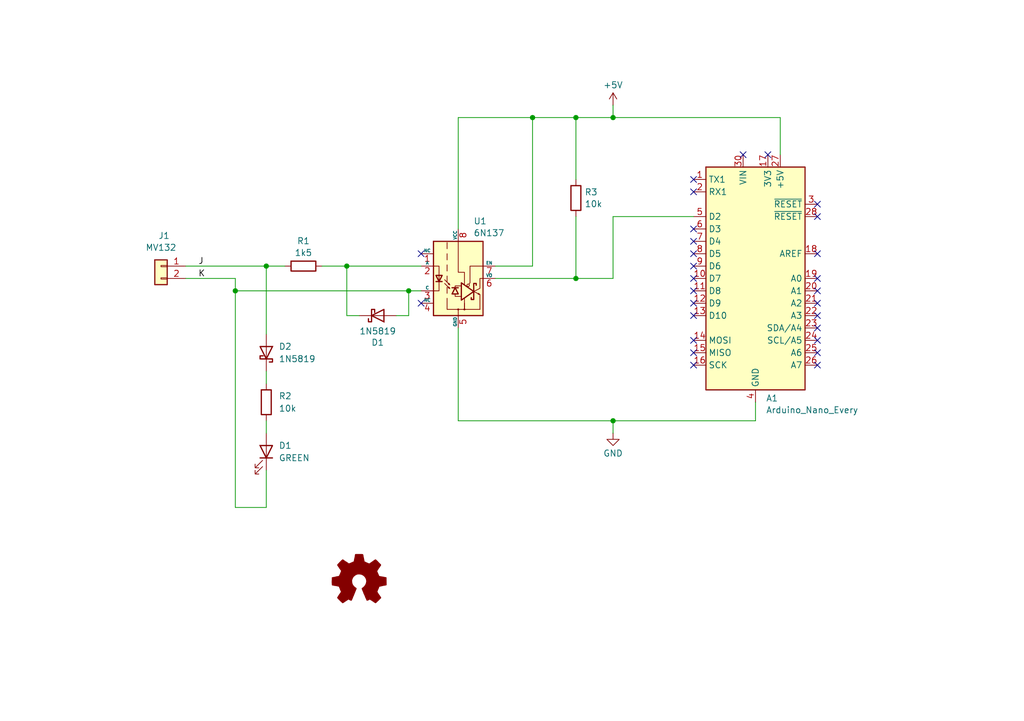
<source format=kicad_sch>
(kicad_sch (version 20250114) (generator "eeschema") (generator_version "9.0")
  (paper "A5")
  (title_block (title "Arduino Nano DCC Shield") (date "2025-11-21") (rev "1.0") (company "Model Railroader Club Brno I – KMŽ Brno I – https://kmz-brno.cz/") (comment 1 "Jan Malina") (comment 2 "https://github.com/kmzbrnoI/") (comment 3 "https://creativecommons.org/licenses/by-sa/4.0/") (comment 4 "Released under the Creative Commons Attribution-ShareAlike 4.0 License"))
  (lib_symbols
    (symbol "Connector_Generic:Conn_01x02" (pin_names (offset 1.016) (hide yes))
      (property "Reference" "J" (at 0 2.54 0))
      (property "Value" "Conn_01x02" (at 0 -5.08 0))
      (symbol "Conn_01x02_1_1"
        (rectangle (start -1.27 1.27) (end 1.27 -3.81) (stroke (width 0.254)) (fill (type background)))
        (rectangle (start -1.27 0.127) (end 0 -0.127) (stroke (width 0.1524)))
        (rectangle (start -1.27 -2.413) (end 0 -2.667) (stroke (width 0.1524)))
        (pin passive line (at -5.08 0 0) (length 3.81) (name "Pin_1") (number "1"))
        (pin passive line (at -5.08 -2.54 0) (length 3.81) (name "Pin_2") (number "2"))
      )
    )
    (symbol "Device:LED" (pin_numbers (hide yes)) (pin_names (offset 1.016) (hide yes))
      (property "Reference" "D" (at 0 2.54 0))
      (property "Value" "LED" (at 0 -2.54 0))
      (symbol "LED_0_1"
        (polyline (pts (xy -3.048 -0.762) (xy -4.572 -2.286) (xy -3.81 -2.286) (xy -4.572 -2.286) (xy -4.572 -1.524)))
        (polyline (pts (xy -1.778 -0.762) (xy -3.302 -2.286) (xy -2.54 -2.286) (xy -3.302 -2.286) (xy -3.302 -1.524)))
        (polyline (pts (xy -1.27 0) (xy 1.27 0)))
        (polyline (pts (xy -1.27 -1.27) (xy -1.27 1.27)) (stroke (width 0.254)))
        (polyline (pts (xy 1.27 -1.27) (xy 1.27 1.27) (xy -1.27 0) (xy 1.27 -1.27)) (stroke (width 0.254)))
      )
      (symbol "LED_1_1"
        (pin passive line (at -3.81 0 0) (length 2.54) (name "K") (number "1"))
        (pin passive line (at 3.81 0 180) (length 2.54) (name "A") (number "2"))
      )
    )
    (symbol "Device:R" (pin_numbers (hide yes)) (pin_names (offset 0))
      (property "Reference" "R" (at 2.032 0 90))
      (property "Value" "R" (at 0 0 90))
      (symbol "R_0_1"
        (rectangle (start -1.016 -2.54) (end 1.016 2.54) (stroke (width 0.254)))
      )
      (symbol "R_1_1"
        (pin passive line (at 0 3.81 270) (length 1.27) (name "~") (number "1"))
        (pin passive line (at 0 -3.81 90) (length 1.27) (name "~") (number "2"))
      )
    )
    (symbol "Diode:1N5819" (pin_numbers (hide yes)) (pin_names (offset 1.016) (hide yes))
      (property "Reference" "D" (at 0 2.54 0))
      (property "Value" "1N5819" (at 0 -2.54 0))
      (symbol "1N5819_0_1"
        (polyline (pts (xy -1.905 0.635) (xy -1.905 1.27) (xy -1.27 1.27) (xy -1.27 -1.27) (xy -0.635 -1.27) (xy -0.635 -0.635)) (stroke (width 0.254)))
        (polyline (pts (xy 1.27 1.27) (xy 1.27 -1.27) (xy -1.27 0) (xy 1.27 1.27)) (stroke (width 0.254)))
        (polyline (pts (xy 1.27 0) (xy -1.27 0)))
      )
      (symbol "1N5819_1_1"
        (pin passive line (at -3.81 0 0) (length 2.54) (name "K") (number "1"))
        (pin passive line (at 3.81 0 180) (length 2.54) (name "A") (number "2"))
      )
    )
    (symbol "Graphic:Logo_Open_Hardware_Small" (in_bom no) (on_board no)
      (symbol "Logo_Open_Hardware_Small_0_1"
        (polyline (pts (xy 3.3528 -4.3434) (xy 3.302 -4.318) (xy 3.175 -4.2418) (xy 2.9972 -4.1148) (xy 2.7686 -3.9624) (xy 2.54 -3.81) (xy 2.3622 -3.7084) (xy 2.2352 -3.6068) (xy 2.1844 -3.5814) (xy 2.159 -3.6068) (xy 2.0574 -3.6576) (xy 1.905 -3.7338) (xy 1.8034 -3.7846) (xy 1.6764 -3.8354) (xy 1.6002 -3.8354) (xy 1.6002 -3.8354) (xy 1.5494 -3.7338) (xy 1.4732 -3.5306) (xy 1.3462 -3.302) (xy 1.2446 -3.0226) (xy 1.1176 -2.7178) (xy 0.9652 -2.413) (xy 0.8636 -2.1082) (xy 0.7366 -1.8288) (xy 0.6604 -1.6256) (xy 0.6096 -1.4732) (xy 0.5842 -1.397) (xy 0.5842 -1.397) (xy 0.6604 -1.3208) (xy 0.7874 -1.2446) (xy 1.0414 -1.016) (xy 1.2954 -0.6858) (xy 1.4478 -0.3302) (xy 1.524 0.0762) (xy 1.4732 0.4572) (xy 1.3208 0.8128) (xy 1.0668 1.143) (xy 0.762 1.3716) (xy 0.4064 1.524) (xy 0 1.5748) (xy -0.381 1.5494) (xy -0.7366 1.397) (xy -1.0668 1.143) (xy -1.2192 0.9906) (xy -1.397 0.6604) (xy -1.524 0.3048) (xy -1.524 0.2286) (xy -1.4986 -0.1778) (xy -1.397 -0.5334) (xy -1.1938 -0.8636) (xy -0.9144 -1.143) (xy -0.8636 -1.1684) (xy -0.7366 -1.27) (xy -0.635 -1.3462) (xy -0.5842 -1.397) (xy -1.0668 -2.5908) (xy -1.143 -2.794) (xy -1.2954 -3.1242) (xy -1.397 -3.4036) (xy -1.4986 -3.6322) (xy -1.5748 -3.7846) (xy -1.6002 -3.8354) (xy -1.6002 -3.8354) (xy -1.651 -3.8354) (xy -1.7272 -3.81) (xy -1.905 -3.7338) (xy -2.0066 -3.683) (xy -2.1336 -3.6068) (xy -2.2098 -3.5814) (xy -2.2606 -3.6068) (xy -2.3622 -3.683) (xy -2.54 -3.81) (xy -2.7686 -3.9624) (xy -2.9718 -4.0894) (xy -3.1496 -4.2164) (xy -3.302 -4.318) (xy -3.3528 -4.3434) (xy -3.3782 -4.3434) (xy -3.429 -4.318) (xy -3.5306 -4.2164) (xy -3.7084 -4.064) (xy -3.937 -3.8354) (xy -3.9624 -3.81) (xy -4.1656 -3.6068) (xy -4.318 -3.4544) (xy -4.4196 -3.3274) (xy -4.445 -3.2766) (xy -4.445 -3.2766) (xy -4.4196 -3.2258) (xy -4.318 -3.0734) (xy -4.2164 -2.8956) (xy -4.064 -2.667) (xy -3.6576 -2.0828) (xy -3.8862 -1.5494) (xy -3.937 -1.3716) (xy -4.0386 -1.1684) (xy -4.0894 -1.0414) (xy -4.1148 -0.9652) (xy -4.191 -0.9398) (xy -4.318 -0.9144) (xy -4.5466 -0.8636) (xy -4.8006 -0.8128) (xy -5.0546 -0.7874) (xy -5.2578 -0.7366) (xy -5.4356 -0.7112) (xy -5.5118 -0.6858) (xy -5.5118 -0.6858) (xy -5.5372 -0.635) (xy -5.5372 -0.5588) (xy -5.5372 -0.4318) (xy -5.5626 -0.2286) (xy -5.5626 0.0762) (xy -5.5626 0.127) (xy -5.5372 0.4064) (xy -5.5372 0.635) (xy -5.5372 0.762) (xy -5.5372 0.8382) (xy -5.5372 0.8382) (xy -5.461 0.8382) (xy -5.3086 0.889) (xy -5.08 0.9144) (xy -4.826 0.9652) (xy -4.8006 0.9906) (xy -4.5466 1.0414) (xy -4.318 1.0668) (xy -4.1656 1.1176) (xy -4.0894 1.143) (xy -4.0894 1.143) (xy -4.0386 1.2446) (xy -3.9624 1.4224) (xy -3.8608 1.6256) (xy -3.7846 1.8288) (xy -3.7084 2.0066) (xy -3.6576 2.159) (xy -3.6322 2.2098) (xy -3.6322 2.2098) (xy -3.683 2.286) (xy -3.7592 2.413) (xy -3.8862 2.5908) (xy -4.064 2.8194) (xy -4.064 2.8448) (xy -4.2164 3.0734) (xy -4.3434 3.2512) (xy -4.4196 3.3782) (xy -4.445 3.4544) (xy -4.445 3.4544) (xy -4.3942 3.5052) (xy -4.2926 3.6322) (xy -4.1148 3.81) (xy -3.937 4.0132) (xy -3.8608 4.064) (xy -3.6576 4.2926) (xy -3.5052 4.4196) (xy -3.4036 4.4958) (xy -3.3528 4.5212) (xy -3.3528 4.5212) (xy -3.302 4.4704) (xy -3.1496 4.3688) (xy -2.9718 4.2418) (xy -2.7432 4.0894) (xy -2.7178 4.0894) (xy -2.4892 3.937) (xy -2.3114 3.81) (xy -2.1844 3.7084) (xy -2.1336 3.683) (xy -2.1082 3.683) (xy -2.032 3.7084) (xy -1.8542 3.7592) (xy -1.6764 3.8354) (xy -1.4732 3.937) (xy -1.27 4.0132) (xy -1.143 4.064) (xy -1.0668 4.1148) (xy -1.0668 4.1148) (xy -1.0414 4.191) (xy -1.016 4.3434) (xy -0.9652 4.572) (xy -0.9144 4.8514) (xy -0.889 4.9022) (xy -0.8382 5.1562) (xy -0.8128 5.3848) (xy -0.7874 5.5372) (xy -0.762 5.588) (xy -0.7112 5.6134) (xy -0.5842 5.6134) (xy -0.4064 5.6134) (xy -0.1524 5.6134) (xy 0.0762 5.6134) (xy 0.3302 5.6134) (xy 0.5334 5.6134) (xy 0.6858 5.588) (xy 0.7366 5.588) (xy 0.7366 5.588) (xy 0.762 5.5118) (xy 0.8128 5.334) (xy 0.8382 5.1054) (xy 0.9144 4.826) (xy 0.9144 4.7752) (xy 0.9652 4.5212) (xy 1.016 4.2926) (xy 1.0414 4.1402) (xy 1.0668 4.0894) (xy 1.0668 4.0894) (xy 1.1938 4.0386) (xy 1.3716 3.9624) (xy 1.5748 3.8608) (xy 2.0828 3.6576) (xy 2.7178 4.0894) (xy 2.7686 4.1402) (xy 2.9972 4.2926) (xy 3.175 4.4196) (xy 3.302 4.4958) (xy 3.3782 4.5212) (xy 3.3782 4.5212) (xy 3.429 4.4704) (xy 3.556 4.3434) (xy 3.7338 4.191) (xy 3.9116 3.9878) (xy 4.064 3.8354) (xy 4.2418 3.6576) (xy 4.3434 3.556) (xy 4.4196 3.4798) (xy 4.4196 3.429) (xy 4.4196 3.4036) (xy 4.3942 3.3274) (xy 4.2926 3.2004) (xy 4.1656 2.9972) (xy 4.0132 2.794) (xy 3.8862 2.5908) (xy 3.7592 2.3876) (xy 3.6576 2.2352) (xy 3.6322 2.159) (xy 3.6322 2.1336) (xy 3.683 2.0066) (xy 3.7592 1.8288) (xy 3.8608 1.6002) (xy 4.064 1.1176) (xy 4.3942 1.0414) (xy 4.5974 1.016) (xy 4.8768 0.9652) (xy 5.1308 0.9144) (xy 5.5372 0.8382) (xy 5.5626 -0.6604) (xy 5.4864 -0.6858) (xy 5.4356 -0.6858) (xy 5.2832 -0.7366) (xy 5.0546 -0.762) (xy 4.8006 -0.8128) (xy 4.5974 -0.8636) (xy 4.3688 -0.9144) (xy 4.2164 -0.9398) (xy 4.1402 -0.9398) (xy 4.1148 -0.9652) (xy 4.064 -1.0668) (xy 3.9878 -1.2446) (xy 3.9116 -1.4478) (xy 3.81 -1.651) (xy 3.7338 -1.8542) (xy 3.683 -2.0066) (xy 3.6576 -2.0828) (xy 3.683 -2.1336) (xy 3.7846 -2.2606) (xy 3.8862 -2.4638) (xy 4.0386 -2.667) (xy 4.191 -2.8956) (xy 4.318 -3.0734) (xy 4.3942 -3.2004) (xy 4.445 -3.2766) (xy 4.4196 -3.3274) (xy 4.3434 -3.429) (xy 4.1656 -3.5814) (xy 3.937 -3.8354) (xy 3.8862 -3.8608) (xy 3.683 -4.064) (xy 3.5306 -4.2164) (xy 3.4036 -4.318) (xy 3.3528 -4.3434)) (fill (type outline)))
      )
    )
    (symbol "Isolator:6N137" (pin_names (offset 0))
      (property "Reference" "U" (at -4.064 8.89 0))
      (property "Value" "6N137" (at 0 -8.89 0))
      (symbol "6N137_0_1"
        (polyline (pts (xy -5.08 -2.54) (xy -3.937 -2.54) (xy -3.937 2.54) (xy -5.08 2.54)))
        (polyline (pts (xy -2.794 -0.254) (xy -1.717 -1.331) (xy -2.076 -1.152) (xy -1.896 -0.972) (xy -1.717 -1.331)))
        (polyline (pts (xy -2.794 -1.016) (xy -1.717 -2.093) (xy -2.076 -1.914) (xy -1.896 -1.734) (xy -1.717 -2.093)))
        (polyline (pts (xy 0 -6.35) (xy -2.286 -6.35) (xy -2.286 -4.064)))
        (polyline (pts (xy 1.27 -5.08) (xy 1.27 -6.35) (xy 0 -6.35) (xy 0 -7.62)))
        (polyline (pts (xy 3.175 -2.667) (xy 0.635 -4.445) (xy 0.635 -0.889) (xy 3.175 -2.667)) (stroke (width 0.254)))
      )
      (symbol "6N137_1_1"
        (rectangle (start -5.08 7.62) (end 5.08 -7.62) (stroke (width 0.254)) (fill (type background)))
        (polyline (pts (xy -4.572 -0.635) (xy -3.302 -0.635)) (stroke (width 0.254)))
        (polyline (pts (xy -3.937 -0.635) (xy -4.572 0.635) (xy -3.302 0.635) (xy -3.937 -0.635)) (stroke (width 0.254)))
        (polyline (pts (xy -2.286 7.366) (xy -2.286 6.096)))
        (polyline (pts (xy -2.286 5.08) (xy -2.286 3.81)))
        (polyline (pts (xy -2.286 2.794) (xy -2.286 1.524)))
        (polyline (pts (xy -2.286 0.508) (xy -2.286 -0.762)))
        (polyline (pts (xy -2.286 -1.778) (xy -2.286 -3.048)))
        (polyline (pts (xy -1.27 -1.905) (xy 0 -1.905)) (stroke (width 0.254)))
        (polyline (pts (xy -0.635 -1.905) (xy -0.635 -1.524) (xy 0.508 -1.524)))
        (polyline (pts (xy -0.635 -1.905) (xy -1.27 -3.175) (xy 0 -3.175) (xy -0.635 -1.905)) (stroke (width 0.254)))
        (polyline (pts (xy -0.635 -3.302) (xy -0.635 -3.683) (xy 0.635 -3.683)))
        (circle (center 0 -6.35) (radius 0.127) (fill (type outline)))
        (polyline (pts (xy 1.27 -1.27) (xy 1.27 1.27) (xy 0 1.27) (xy 0 7.62)))
        (polyline (pts (xy 1.27 -4.064) (xy 1.27 -6.35) (xy 4.445 -6.35)))
        (circle (center 1.27 -6.35) (radius 0.127) (fill (type outline)))
        (circle (center 2.032 -1.397) (radius 0.254))
        (polyline (pts (xy 2.1844 -1.1684) (xy 2.413 -0.889) (xy 2.413 2.54) (xy 5.08 2.54)))
        (polyline (pts (xy 3.175 -2.667) (xy 4.445 -3.302) (xy 4.445 -6.35)))
        (polyline (pts (xy 3.175 -2.667) (xy 3.175 -1.016) (xy 3.683 -1.016) (xy 3.683 -1.397)) (stroke (width 0.254)))
        (polyline (pts (xy 3.175 -2.667) (xy 3.175 -4.318) (xy 2.667 -4.318) (xy 2.667 -3.937)) (stroke (width 0.254)))
        (polyline (pts (xy 3.175 -2.667) (xy 4.445 -2.032) (xy 4.445 0) (xy 5.08 0)))
        (polyline (pts (xy 4.445 -3.302) (xy 4.161 -3.018) (xy 4.047 -3.246) (xy 4.445 -3.302)) (stroke (width 0.127)) (fill (type outline)))
        (pin passive line (at -7.62 5.08 0) (length 2.54) (name "NC") (number "1"))
        (pin passive line (at -7.62 2.54 0) (length 2.54) (name "A") (number "2"))
        (pin passive line (at -7.62 -2.54 0) (length 2.54) (name "C") (number "3"))
        (pin passive line (at -7.62 -5.08 0) (length 2.54) (name "NC") (number "4"))
        (pin power_in line (at 0 10.16 270) (length 2.54) (name "VCC") (number "8"))
        (pin power_in line (at 0 -10.16 90) (length 2.54) (name "GND") (number "5"))
        (pin input line (at 7.62 2.54 180) (length 2.54) (name "EN") (number "7"))
        (pin open_collector line (at 7.62 0 180) (length 2.54) (name "VO") (number "6"))
      )
    )
    (symbol "MCU_Module:Arduino_Nano_Every"
      (property "Reference" "A" (at -10.16 23.495 0))
      (property "Value" "Arduino_Nano_Every" (at 5.08 -24.13 0))
      (symbol "Arduino_Nano_Every_0_1"
        (rectangle (start -10.16 22.86) (end 10.16 -22.86) (stroke (width 0.254)) (fill (type background)))
      )
      (symbol "Arduino_Nano_Every_1_1"
        (pin bidirectional line (at -12.7 20.32 0) (length 2.54) (name "TX1") (number "1"))
        (pin bidirectional line (at -12.7 17.78 0) (length 2.54) (name "RX1") (number "2"))
        (pin bidirectional line (at -12.7 12.7 0) (length 2.54) (name "D2") (number "5"))
        (pin bidirectional line (at -12.7 10.16 0) (length 2.54) (name "D3") (number "6"))
        (pin bidirectional line (at -12.7 7.62 0) (length 2.54) (name "D4") (number "7"))
        (pin bidirectional line (at -12.7 5.08 0) (length 2.54) (name "D5") (number "8"))
        (pin bidirectional line (at -12.7 2.54 0) (length 2.54) (name "D6") (number "9"))
        (pin bidirectional line (at -12.7 0 0) (length 2.54) (name "D7") (number "10"))
        (pin bidirectional line (at -12.7 -2.54 0) (length 2.54) (name "D8") (number "11"))
        (pin bidirectional line (at -12.7 -5.08 0) (length 2.54) (name "D9") (number "12"))
        (pin bidirectional line (at -12.7 -7.62 0) (length 2.54) (name "D10") (number "13"))
        (pin bidirectional line (at -12.7 -12.7 0) (length 2.54) (name "MOSI") (number "14"))
        (pin bidirectional line (at -12.7 -15.24 0) (length 2.54) (name "MISO") (number "15"))
        (pin bidirectional line (at -12.7 -17.78 0) (length 2.54) (name "SCK") (number "16"))
        (pin power_in line (at -2.54 25.4 270) (length 2.54) (name "VIN") (number "30"))
        (pin passive line (at 0 -25.4 90) (length 2.54) (hide yes) (name "GND") (number "29"))
        (pin power_in line (at 0 -25.4 90) (length 2.54) (name "GND") (number "4"))
        (pin power_out line (at 2.54 25.4 270) (length 2.54) (name "3V3") (number "17"))
        (pin power_out line (at 5.08 25.4 270) (length 2.54) (name "+5V") (number "27"))
        (pin input line (at 12.7 15.24 180) (length 2.54) (name "~{RESET}") (number "3"))
        (pin input line (at 12.7 12.7 180) (length 2.54) (name "~{RESET}") (number "28"))
        (pin input line (at 12.7 5.08 180) (length 2.54) (name "AREF") (number "18"))
        (pin bidirectional line (at 12.7 0 180) (length 2.54) (name "A0") (number "19"))
        (pin bidirectional line (at 12.7 -2.54 180) (length 2.54) (name "A1") (number "20"))
        (pin bidirectional line (at 12.7 -5.08 180) (length 2.54) (name "A2") (number "21"))
        (pin bidirectional line (at 12.7 -7.62 180) (length 2.54) (name "A3") (number "22"))
        (pin bidirectional line (at 12.7 -10.16 180) (length 2.54) (name "SDA/A4") (number "23"))
        (pin bidirectional line (at 12.7 -12.7 180) (length 2.54) (name "SCL/A5") (number "24"))
        (pin bidirectional line (at 12.7 -15.24 180) (length 2.54) (name "A6") (number "25"))
        (pin bidirectional line (at 12.7 -17.78 180) (length 2.54) (name "A7") (number "26"))
      )
    )
    (symbol "power:+5V" (power) (pin_numbers (hide yes)) (pin_names (offset 0) (hide yes))
      (property "Value" "+5V" (at 0 3.556 0))
      (symbol "+5V_0_1"
        (polyline (pts (xy -0.762 1.27) (xy 0 2.54)))
        (polyline (pts (xy 0 2.54) (xy 0.762 1.27)))
        (polyline (pts (xy 0 0) (xy 0 2.54)))
      )
      (symbol "+5V_1_1"
        (pin power_in line (at 0 0 90) (length 0) (name "~") (number "1"))
      )
    )
    (symbol "power:GND" (power) (pin_numbers (hide yes)) (pin_names (offset 0) (hide yes))
      (property "Value" "GND" (at 0 -3.81 0))
      (symbol "GND_0_1"
        (polyline (pts (xy 0 0) (xy 0 -1.27) (xy 1.27 -1.27) (xy 0 -2.54) (xy -1.27 -1.27) (xy 0 -1.27)))
      )
      (symbol "GND_1_1"
        (pin power_in line (at 0 0 270) (length 0) (name "~") (number "1"))
      )
    )
  )
  (junction (at 54.61 54.61))
  (junction (at 118.11 57.15))
  (junction (at 125.73 24.13))
  (junction (at 71.12 54.61))
  (junction (at 109.22 24.13))
  (junction (at 118.11 24.13))
  (junction (at 125.73 86.36))
  (junction (at 48.26 59.69))
  (junction (at 83.82 59.69))
  (no_connect (at 167.64 41.91))
  (no_connect (at 157.48 31.75))
  (no_connect (at 142.24 52.07))
  (no_connect (at 167.64 69.85))
  (no_connect (at 167.64 67.31))
  (no_connect (at 142.24 64.77))
  (no_connect (at 167.64 44.45))
  (no_connect (at 167.64 72.39))
  (no_connect (at 142.24 74.93))
  (no_connect (at 167.64 64.77))
  (no_connect (at 86.36 62.23))
  (no_connect (at 167.64 57.15))
  (no_connect (at 167.64 74.93))
  (no_connect (at 152.4 31.75))
  (no_connect (at 86.36 52.07))
  (no_connect (at 167.64 59.69))
  (no_connect (at 142.24 62.23))
  (no_connect (at 142.24 54.61))
  (no_connect (at 142.24 72.39))
  (no_connect (at 167.64 62.23))
  (no_connect (at 142.24 59.69))
  (no_connect (at 142.24 49.53))
  (no_connect (at 142.24 69.85))
  (no_connect (at 167.64 52.07))
  (no_connect (at 142.24 46.99))
  (no_connect (at 142.24 36.83))
  (no_connect (at 142.24 39.37))
  (no_connect (at 142.24 57.15))
  (wire (pts (xy 54.61 104.14) (xy 48.26 104.14)))
  (wire (pts (xy 48.26 59.69) (xy 83.82 59.69)))
  (wire (pts (xy 125.73 44.45) (xy 142.24 44.45)))
  (wire (pts (xy 125.73 86.36) (xy 125.73 88.9)))
  (wire (pts (xy 93.98 46.99) (xy 93.98 24.13)))
  (wire (pts (xy 101.6 54.61) (xy 109.22 54.61)))
  (wire (pts (xy 160.02 24.13) (xy 160.02 31.75)))
  (wire (pts (xy 81.28 64.77) (xy 83.82 64.77)))
  (wire (pts (xy 125.73 86.36) (xy 93.98 86.36)))
  (wire (pts (xy 54.61 76.2) (xy 54.61 78.74)))
  (wire (pts (xy 125.73 21.59) (xy 125.73 24.13)))
  (wire (pts (xy 118.11 57.15) (xy 125.73 57.15)))
  (wire (pts (xy 109.22 54.61) (xy 109.22 24.13)))
  (wire (pts (xy 83.82 64.77) (xy 83.82 59.69)))
  (wire (pts (xy 71.12 54.61) (xy 71.12 64.77)))
  (wire (pts (xy 118.11 24.13) (xy 125.73 24.13)))
  (wire (pts (xy 54.61 86.36) (xy 54.61 88.9)))
  (wire (pts (xy 101.6 57.15) (xy 118.11 57.15)))
  (wire (pts (xy 71.12 54.61) (xy 86.36 54.61)))
  (wire (pts (xy 48.26 104.14) (xy 48.26 59.69)))
  (wire (pts (xy 154.94 86.36) (xy 154.94 82.55)))
  (wire (pts (xy 54.61 104.14) (xy 54.61 96.52)))
  (wire (pts (xy 54.61 54.61) (xy 54.61 68.58)))
  (wire (pts (xy 83.82 59.69) (xy 86.36 59.69)))
  (wire (pts (xy 54.61 54.61) (xy 58.42 54.61)))
  (wire (pts (xy 118.11 24.13) (xy 118.11 36.83)))
  (wire (pts (xy 125.73 24.13) (xy 160.02 24.13)))
  (wire (pts (xy 48.26 57.15) (xy 48.26 59.69)))
  (wire (pts (xy 154.94 86.36) (xy 125.73 86.36)))
  (wire (pts (xy 73.66 64.77) (xy 71.12 64.77)))
  (wire (pts (xy 38.1 57.15) (xy 48.26 57.15)))
  (wire (pts (xy 93.98 86.36) (xy 93.98 67.31)))
  (wire (pts (xy 125.73 57.15) (xy 125.73 44.45)))
  (wire (pts (xy 38.1 54.61) (xy 54.61 54.61)))
  (wire (pts (xy 66.04 54.61) (xy 71.12 54.61)))
  (wire (pts (xy 109.22 24.13) (xy 118.11 24.13)))
  (wire (pts (xy 93.98 24.13) (xy 109.22 24.13)))
  (wire (pts (xy 118.11 44.45) (xy 118.11 57.15)))
  (label "J" (at 40.64 54.61 0))
  (label "K" (at 40.64 57.15 0))
  (symbol (lib_id "Diode:1N5819") (at 54.61 72.39 270) (mirror x) (unit 1)
    (property "Reference" "D2" (at 57.15 71.12 90) (effects (justify left)))
    (property "Value" "1N5819" (at 57.15 73.66 90) (effects (justify left)))
    (property "Footprint" "Diode_SMD:D_SOD-123" (effects (hide yes)))
    (property "Datasheet" "http://www.vishay.com/docs/88525/1n5817.pdf" (effects (hide yes)))
    (property "LCSC" "C8598" (effects (hide yes)))
  )
  (symbol (lib_id "Device:LED") (at 54.61 92.71 270) (mirror x) (unit 1)
    (property "Reference" "D1" (at 57.15 91.44 90) (effects (justify left)))
    (property "Value" "GREEN" (at 57.15 93.98 90) (effects (justify left)))
    (property "Footprint" "LED_SMD:LED_0805_2012Metric_Pad1.15x1.40mm_HandSolder" (effects (hide yes)))
    (property "Description" "Light emitting diode" (effects (hide yes)))
    (property "Sim.Pins" "1=K 2=A" (effects (hide yes)))
  )
  (symbol (lib_id "Device:R") (at 118.11 40.64 0) (unit 1)
    (property "Reference" "R3" (at 119.888 39.4278 0) (effects (justify left)))
    (property "Value" "10k" (at 119.888 41.8521 0) (effects (justify left)))
    (property "Footprint" "Resistor_SMD:R_0805_2012Metric_Pad1.20x1.40mm_HandSolder" (effects (hide yes)))
    (property "Description" "Resistor" (effects (hide yes)))
  )
  (symbol (lib_id "Device:R") (at 62.23 54.61 90) (unit 1)
    (property "Reference" "R1" (at 62.23 49.4495 90))
    (property "Value" "1k5" (at 62.23 51.8738 90))
    (property "Footprint" "Resistor_SMD:R_0805_2012Metric_Pad1.20x1.40mm_HandSolder" (effects (hide yes)))
    (property "Description" "Resistor" (effects (hide yes)))
  )
  (symbol (lib_id "Diode:1N5819") (at 77.47 64.77 0) (mirror x) (unit 1)
    (property "Reference" "D1" (at 77.47 70.2818 0))
    (property "Value" "1N5819" (at 77.47 67.9704 0))
    (property "Footprint" "Diode_SMD:D_SOD-123" (effects (hide yes)))
    (property "Datasheet" "http://www.vishay.com/docs/88525/1n5817.pdf" (effects (hide yes)))
    (property "LCSC" "C8598" (effects (hide yes)))
  )
  (symbol (lib_id "Graphic:Logo_Open_Hardware_Small") (at 73.66 119.38 0) (unit 1) (in_bom no) (on_board no)
    (property "Reference" "#SYM1" (effects (hide yes)))
    (property "Value" "Logo_Open_Hardware_Small" (effects (hide yes)))
    (property "Description" "Open Hardware logo, small" (effects (hide yes)))
    (property "Sim.Enable" "0" (effects (hide yes)))
  )
  (symbol (lib_id "Isolator:6N137") (at 93.98 57.15 0) (unit 1)
    (property "Reference" "U1" (at 97.0981 45.3855 0) (effects (justify left)))
    (property "Value" "6N137" (at 97.0981 47.8098 0) (effects (justify left)))
    (property "Footprint" "Package_DIP:DIP-8_W7.62mm_LongPads" (effects (hide yes)))
    (property "Datasheet" "https://docs.broadcom.com/docs/AV02-0940EN" (effects (hide yes)))
    (property "Description" "Single High Speed LSTTL/TTL Compatible Optocoupler with enable, dV/dt 1000/us, VCM 10, max 7V VCC, DIP-8" (effects (hide yes)))
  )
  (symbol (lib_id "MCU_Module:Arduino_Nano_Every") (at 154.94 57.15 0) (unit 1)
    (property "Reference" "A1" (at 157.0833 81.7301 0) (effects (justify left)))
    (property "Value" "Arduino_Nano_Every" (at 157.0833 84.1544 0) (effects (justify left)))
    (property "Footprint" "Module:Arduino_Nano" (effects (hide yes)))
    (property "Datasheet" "https://content.arduino.cc/assets/NANOEveryV3.0_sch.pdf" (effects (hide yes)))
    (property "Description" "Arduino Nano Every" (effects (hide yes)))
  )
  (symbol (lib_id "Device:R") (at 54.61 82.55 0) (unit 1)
    (property "Reference" "R2" (at 57.15 81.28 0) (effects (justify left)))
    (property "Value" "10k" (at 57.15 83.82 0) (effects (justify left)))
    (property "Footprint" "Resistor_SMD:R_0805_2012Metric_Pad1.20x1.40mm_HandSolder" (effects (hide yes)))
    (property "Description" "Resistor" (effects (hide yes)))
  )
  (symbol (lib_id "power:GND") (at 125.73 88.9 0) (unit 1)
    (property "Reference" "#PWR01" (effects (hide yes)))
    (property "Value" "GND" (at 125.73 93.0331 0))
    (property "Description" "Power symbol creates a global label with name \"GND\" , ground" (effects (hide yes)))
  )
  (symbol (lib_id "power:+5V") (at 125.73 21.59 0) (unit 1)
    (property "Reference" "#PWR02" (effects (hide yes)))
    (property "Value" "+5V" (at 125.73 17.4569 0))
    (property "Description" "Power symbol creates a global label with name \"+5V\"" (effects (hide yes)))
  )
  (symbol (lib_id "Connector_Generic:Conn_01x02") (at 33.02 54.61 0) (mirror y) (unit 1)
    (property "Reference" "J1" (at 33.655 48.3757 0))
    (property "Value" "MV132" (at 33.02 50.8 0))
    (property "Footprint" "TerminalBlock_4Ucon:TerminalBlock_4Ucon_1x02_P3.50mm_Horizontal" (effects (hide yes)))
    (property "Description" "Generic connector, single row, 01x02, script generated (kicad-library-utils/schlib/autogen/connector/)" (effects (hide yes)))
  )
)
</source>
